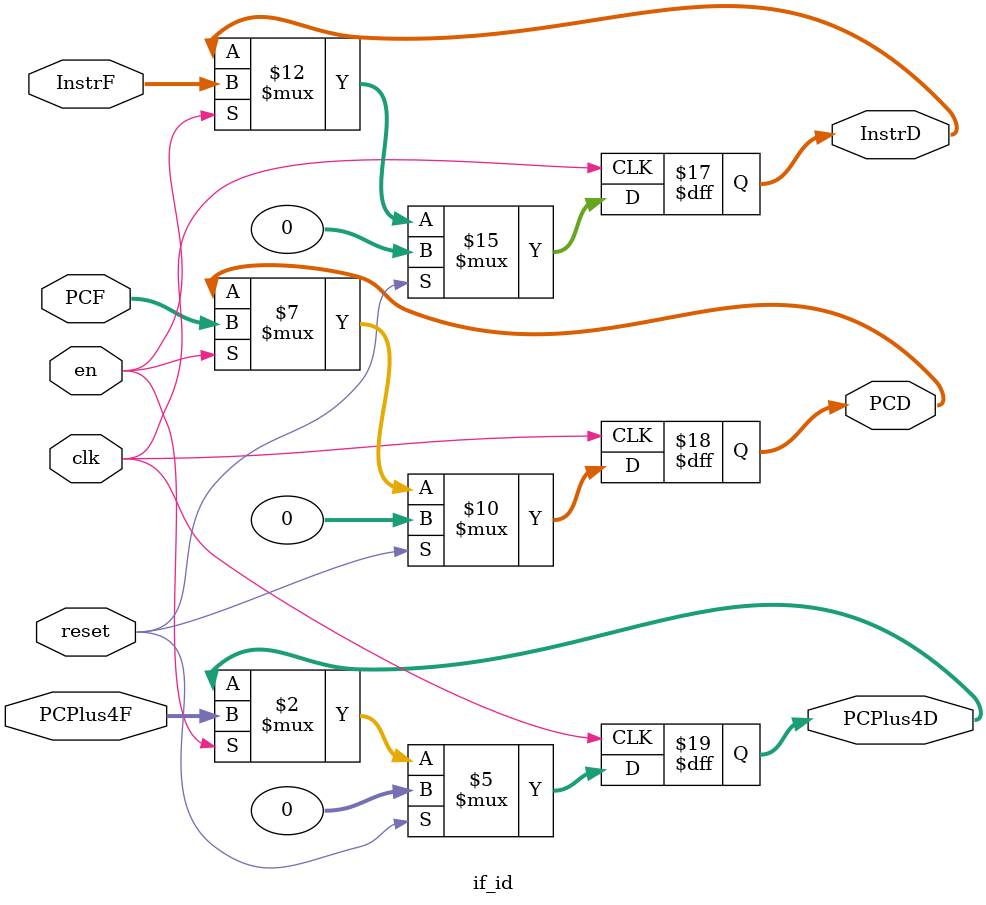
<source format=v>
`timescale 1ns / 1ps

module if_id(input clk, reset, en,
             input [31:0] InstrF, PCF, PCPlus4F,
             output reg [31:0]  InstrD, PCD, PCPlus4D);

    always @(posedge clk) begin
        if (reset) begin
          InstrD   <= 32'b0;
          PCD      <= 32'b0;
          PCPlus4D <= 32'b0;
        end else if (en) begin
          InstrD   <= InstrF;
          PCD      <= PCF;
          PCPlus4D <= PCPlus4F;
        end
    end

endmodule
</source>
